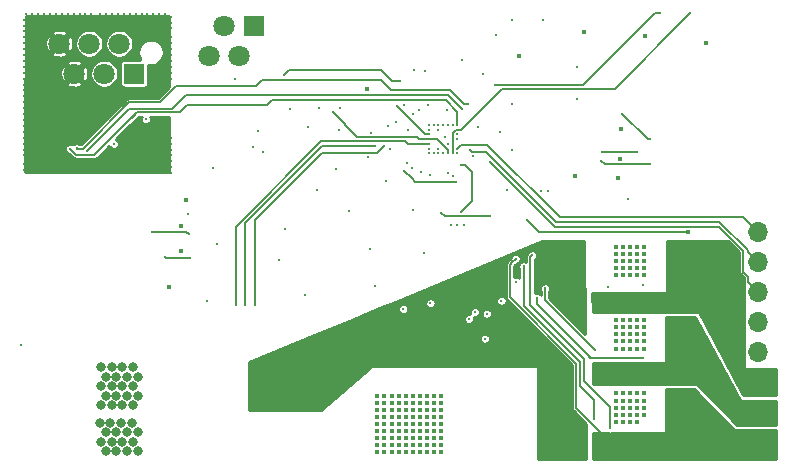
<source format=gbr>
G04 #@! TF.GenerationSoftware,KiCad,Pcbnew,5.1.5-52549c5~84~ubuntu18.04.1*
G04 #@! TF.CreationDate,2020-04-29T13:54:44+02:00*
G04 #@! TF.ProjectId,board,626f6172-642e-46b6-9963-61645f706362,rev?*
G04 #@! TF.SameCoordinates,Original*
G04 #@! TF.FileFunction,Copper,L3,Inr*
G04 #@! TF.FilePolarity,Positive*
%FSLAX46Y46*%
G04 Gerber Fmt 4.6, Leading zero omitted, Abs format (unit mm)*
G04 Created by KiCad (PCBNEW 5.1.5-52549c5~84~ubuntu18.04.1) date 2020-04-29 13:54:44*
%MOMM*%
%LPD*%
G04 APERTURE LIST*
%ADD10O,1.700000X1.700000*%
%ADD11R,1.700000X1.700000*%
%ADD12R,1.800000X1.800000*%
%ADD13C,1.800000*%
%ADD14C,0.400000*%
%ADD15C,0.310000*%
%ADD16C,0.800000*%
%ADD17C,0.152400*%
%ADD18C,0.177800*%
%ADD19C,0.254000*%
G04 APERTURE END LIST*
D10*
X156000000Y-119329200D03*
X156000000Y-121869200D03*
X156000000Y-124409200D03*
X156000000Y-126949200D03*
X156000000Y-129489200D03*
X156000000Y-132029200D03*
X156000000Y-134569200D03*
D11*
X156000000Y-137109200D03*
D12*
X113325000Y-101930000D03*
D13*
X112055000Y-104470000D03*
X110785000Y-101930000D03*
X109515000Y-104470000D03*
X96870000Y-103380000D03*
X98140000Y-105920000D03*
D12*
X103220000Y-105920000D03*
D13*
X101950000Y-103380000D03*
X100680000Y-105920000D03*
X99410000Y-103380000D03*
D14*
X129100000Y-127200000D03*
X128500000Y-127800000D03*
X124910000Y-127210000D03*
X126700000Y-127800000D03*
X129100000Y-129000000D03*
X129100000Y-127800000D03*
X128500000Y-127200000D03*
X124900000Y-129000000D03*
X126700000Y-128400000D03*
X126100000Y-127200000D03*
X126100000Y-129000000D03*
X124300000Y-127800000D03*
X126100000Y-128400000D03*
X126700000Y-127200000D03*
X123700000Y-127800000D03*
X126100000Y-127800000D03*
X127900000Y-127200000D03*
X124900000Y-127800000D03*
X127310000Y-127210000D03*
X124300000Y-128400000D03*
X127900000Y-129000000D03*
X127300000Y-127800000D03*
X123700000Y-128400000D03*
X125500000Y-129000000D03*
X125500000Y-127200000D03*
X123700000Y-127200000D03*
X124300000Y-129000000D03*
X127900000Y-127800000D03*
X127300000Y-129000000D03*
X125500000Y-128400000D03*
X128500000Y-128400000D03*
X128500000Y-129000000D03*
X123700000Y-129000000D03*
X124900000Y-128400000D03*
X129100000Y-128400000D03*
X127300000Y-128400000D03*
X127900000Y-128400000D03*
X125500000Y-127800000D03*
X126700000Y-129000000D03*
X124300000Y-127200000D03*
X141300000Y-102400000D03*
X141000000Y-120600000D03*
D15*
X117700000Y-124650000D03*
X123600000Y-123900000D03*
X127748000Y-121100000D03*
X130050000Y-118700000D03*
X128960000Y-112270000D03*
X128160000Y-112270000D03*
X133750000Y-106885000D03*
X111740000Y-106360000D03*
X115880000Y-106040000D03*
X125700000Y-106510000D03*
X136500000Y-118300000D03*
X133300000Y-118000000D03*
X104200000Y-109800000D03*
X134760000Y-115790000D03*
X130160000Y-110270000D03*
X126057511Y-114137511D03*
X130450000Y-115060000D03*
X128090000Y-108620000D03*
X129200000Y-117696400D03*
X129655000Y-108965000D03*
X128160000Y-110270000D03*
X147700000Y-100800000D03*
X129360000Y-112670000D03*
D14*
X150120000Y-119300000D03*
D15*
X126000000Y-125850000D03*
X130577003Y-118700000D03*
X143300000Y-124000000D03*
X131550000Y-126710000D03*
X146300000Y-123800000D03*
X133060000Y-126250000D03*
X137300000Y-124900000D03*
X146300000Y-130000000D03*
X142200000Y-129300000D03*
X138000000Y-124100000D03*
X136180000Y-122220000D03*
X142130025Y-135169975D03*
X136900000Y-121300000D03*
X143494805Y-135966469D03*
D14*
X126800000Y-136800000D03*
X128000000Y-136800000D03*
X124400000Y-137400000D03*
X128000000Y-136200000D03*
X126200000Y-136200000D03*
X125000000Y-136200000D03*
X124400000Y-136800000D03*
X128000000Y-137400000D03*
X128600000Y-137400000D03*
X126200000Y-136800000D03*
X125010000Y-135610000D03*
X128600000Y-136800000D03*
X124400000Y-136200000D03*
X127400000Y-136800000D03*
X125600000Y-135600000D03*
X126800000Y-137400000D03*
X125000000Y-136800000D03*
X129200000Y-135600000D03*
X126800000Y-135600000D03*
X126200000Y-137400000D03*
X123800000Y-137400000D03*
X128000000Y-135600000D03*
X128600000Y-135600000D03*
X123800000Y-135600000D03*
X128600000Y-136200000D03*
X126200000Y-135600000D03*
X127410000Y-135610000D03*
X127400000Y-136200000D03*
X129200000Y-136800000D03*
X123800000Y-136800000D03*
X125600000Y-137400000D03*
X125600000Y-136200000D03*
X123800000Y-136200000D03*
X125000000Y-137400000D03*
X127400000Y-137400000D03*
X125600000Y-136800000D03*
X124400000Y-135600000D03*
X126800000Y-136200000D03*
X129200000Y-137400000D03*
X129200000Y-136200000D03*
X128600000Y-138000000D03*
X124400000Y-138000000D03*
X126800000Y-138000000D03*
X125600000Y-138000000D03*
X123800000Y-138000000D03*
X126200000Y-138000000D03*
X128000000Y-138000000D03*
X125000000Y-138000000D03*
X129200000Y-138000000D03*
X127400000Y-138000000D03*
X126800000Y-134400000D03*
X128000000Y-134400000D03*
X124400000Y-135000000D03*
X128000000Y-133800000D03*
X126200000Y-133800000D03*
X125000000Y-133800000D03*
X124400000Y-134400000D03*
X128000000Y-135000000D03*
X128600000Y-135000000D03*
X126200000Y-134400000D03*
X125010000Y-133210000D03*
X128600000Y-134400000D03*
X124400000Y-133800000D03*
X127400000Y-134400000D03*
X125600000Y-133200000D03*
X126800000Y-135000000D03*
X125000000Y-134400000D03*
X129200000Y-133200000D03*
X126800000Y-133200000D03*
X126200000Y-135000000D03*
X123800000Y-135000000D03*
X128000000Y-133200000D03*
X128600000Y-133200000D03*
X123800000Y-133200000D03*
X128600000Y-133800000D03*
X126200000Y-133200000D03*
X127410000Y-133210000D03*
X127400000Y-133800000D03*
X129200000Y-134400000D03*
X123800000Y-134400000D03*
X125600000Y-135000000D03*
X125600000Y-133800000D03*
X123800000Y-133800000D03*
X125000000Y-135000000D03*
X127400000Y-135000000D03*
X125600000Y-134400000D03*
X124400000Y-133200000D03*
X126800000Y-133800000D03*
X129200000Y-135000000D03*
X129200000Y-133800000D03*
X146400000Y-127400000D03*
X144600000Y-127400000D03*
X144600000Y-128600000D03*
X144600000Y-128000000D03*
X146400000Y-129200000D03*
X145800000Y-129200000D03*
X145200000Y-126800000D03*
X145800000Y-126800000D03*
X145800000Y-128000000D03*
X145200000Y-129200000D03*
X145200000Y-127400000D03*
X144600000Y-126800000D03*
X145800000Y-127400000D03*
X145800000Y-128600000D03*
X145200000Y-128600000D03*
X145200000Y-128000000D03*
X146400000Y-126800000D03*
X146400000Y-128000000D03*
X144600000Y-129200000D03*
X146400000Y-128600000D03*
X146400000Y-133600000D03*
X144600000Y-133600000D03*
X144600000Y-134800000D03*
X144600000Y-134200000D03*
X145800000Y-135400000D03*
X145200000Y-133000000D03*
X145800000Y-133000000D03*
X145800000Y-134200000D03*
X145200000Y-135400000D03*
X145200000Y-133600000D03*
X144600000Y-133000000D03*
X145800000Y-133600000D03*
X145800000Y-134800000D03*
X145200000Y-134800000D03*
X145200000Y-134200000D03*
X146400000Y-133000000D03*
X146400000Y-134200000D03*
X144600000Y-135400000D03*
X146400000Y-134800000D03*
X144000000Y-128000000D03*
X144000000Y-129200000D03*
X144000000Y-126800000D03*
X144000000Y-128600000D03*
X144000000Y-127400000D03*
X144000000Y-121200000D03*
X144000000Y-122400000D03*
X144000000Y-121800000D03*
X144000000Y-120600000D03*
X144000000Y-123000000D03*
X144000000Y-134800000D03*
X144000000Y-133600000D03*
X144000000Y-135400000D03*
X144000000Y-133000000D03*
X144000000Y-134200000D03*
X146400000Y-121200000D03*
X146400000Y-121800000D03*
X146400000Y-122400000D03*
X146400000Y-123000000D03*
X145800000Y-123000000D03*
X145800000Y-122400000D03*
X145800000Y-121800000D03*
X145800000Y-121200000D03*
X145800000Y-120600000D03*
X145200000Y-120600000D03*
X145200000Y-121200000D03*
X145200000Y-121800000D03*
X145200000Y-122400000D03*
X145200000Y-123000000D03*
X144600000Y-123000000D03*
X144600000Y-120600000D03*
X144600000Y-121800000D03*
X144600000Y-121200000D03*
X144600000Y-122400000D03*
D16*
X100300000Y-135500000D03*
X101200000Y-135500000D03*
X102100000Y-135500000D03*
X103000000Y-135500000D03*
X100800000Y-136300000D03*
X101700000Y-136300000D03*
X102600000Y-136300000D03*
X103500000Y-136300000D03*
X100400000Y-137100000D03*
X101300000Y-137100000D03*
X102200000Y-137100000D03*
X103100000Y-137100000D03*
X100800000Y-137900000D03*
X101700000Y-137900000D03*
X102600000Y-137900000D03*
X103500000Y-137900000D03*
D14*
X146400000Y-120600000D03*
D15*
X133860000Y-102690000D03*
X135200000Y-108500000D03*
X134200000Y-110900000D03*
X135200000Y-112400000D03*
X140700000Y-105400000D03*
X134300000Y-125167399D03*
X132900000Y-128360000D03*
X128290000Y-125350000D03*
X145000000Y-116500000D03*
X126800000Y-117500000D03*
X137812500Y-101400000D03*
X135200000Y-101400000D03*
X107800000Y-117850000D03*
X113700000Y-110800000D03*
X124510000Y-115040000D03*
X121370000Y-117590000D03*
X140680000Y-108090000D03*
X132720000Y-105960000D03*
X129550000Y-111270000D03*
X124740000Y-110340000D03*
X93610000Y-128920000D03*
X120320000Y-113980000D03*
X116000000Y-119050000D03*
X126050000Y-108610000D03*
X126360000Y-110690000D03*
X131610000Y-112370000D03*
X130560000Y-112270000D03*
X133330000Y-113390000D03*
D14*
X107200000Y-118800000D03*
X107200000Y-120975000D03*
X144200000Y-114800000D03*
X140500000Y-114600000D03*
X135800000Y-104400000D03*
X151600000Y-103300000D03*
X122960000Y-107250000D03*
X106180000Y-124020000D03*
X146500000Y-102700000D03*
X144316448Y-113113552D03*
X144400000Y-110600000D03*
X107590000Y-116630000D03*
X149100000Y-124700000D03*
X149700000Y-125900000D03*
X149700000Y-124700000D03*
X149100000Y-125900000D03*
X149100000Y-125300000D03*
X149700000Y-125300000D03*
X150300000Y-125300000D03*
X150300000Y-125900000D03*
X150300000Y-124700000D03*
X151000000Y-124700000D03*
X151600000Y-125900000D03*
X151600000Y-124700000D03*
X151000000Y-125900000D03*
X151000000Y-125300000D03*
X151600000Y-125300000D03*
X152200000Y-125300000D03*
X152200000Y-125900000D03*
X152200000Y-124700000D03*
X151600000Y-122900000D03*
X152200000Y-124100000D03*
X152200000Y-122900000D03*
X151600000Y-124100000D03*
X151600000Y-123500000D03*
X152200000Y-123500000D03*
X152800000Y-123500000D03*
X152800000Y-124100000D03*
X152800000Y-122900000D03*
X152200000Y-126500000D03*
X152800000Y-127700000D03*
X152800000Y-126500000D03*
X152200000Y-127700000D03*
X152200000Y-127100000D03*
X152800000Y-127100000D03*
X153400000Y-127100000D03*
X153400000Y-127700000D03*
X153400000Y-126500000D03*
X152800000Y-124700000D03*
X153400000Y-125900000D03*
X153400000Y-124700000D03*
X152800000Y-125900000D03*
X152800000Y-125300000D03*
X153400000Y-125300000D03*
X154000000Y-125300000D03*
X154000000Y-125900000D03*
X154000000Y-124700000D03*
X151600000Y-121100000D03*
X152200000Y-121700000D03*
X152200000Y-122300000D03*
X152200000Y-121100000D03*
X151600000Y-122300000D03*
X152800000Y-122300000D03*
X152800000Y-121100000D03*
X151600000Y-121700000D03*
X152800000Y-121700000D03*
X153400000Y-122900000D03*
X154000000Y-124100000D03*
X153400000Y-124100000D03*
X153400000Y-123500000D03*
X153400000Y-121100000D03*
X153400000Y-122300000D03*
X153400000Y-121700000D03*
X154000000Y-126500000D03*
X154000000Y-127700000D03*
X154000000Y-127100000D03*
X151600000Y-126500000D03*
X152800000Y-128300000D03*
X153400000Y-128300000D03*
X154000000Y-128300000D03*
X152800000Y-128900000D03*
X153400000Y-128900000D03*
X154000000Y-128900000D03*
X154000000Y-129500000D03*
X153400000Y-129500000D03*
X154000000Y-130100000D03*
X153400000Y-130100000D03*
X154000000Y-130700000D03*
X154000000Y-131300000D03*
X144310000Y-124710000D03*
X144900000Y-125900000D03*
X144900000Y-125300000D03*
X145500000Y-124700000D03*
X144300000Y-125900000D03*
X144300000Y-125300000D03*
X145500000Y-125900000D03*
X146100000Y-124700000D03*
X144900000Y-124700000D03*
X146100000Y-125900000D03*
X145500000Y-125300000D03*
X146100000Y-125300000D03*
X146710000Y-124710000D03*
X147300000Y-125900000D03*
X147300000Y-125300000D03*
X147900000Y-124700000D03*
X146700000Y-125900000D03*
X146700000Y-125300000D03*
X147900000Y-125900000D03*
X148500000Y-124700000D03*
X147300000Y-124700000D03*
X148500000Y-125900000D03*
X147900000Y-125300000D03*
X148500000Y-125300000D03*
D15*
X132070000Y-126100000D03*
X143110000Y-126060000D03*
D14*
X149600000Y-132000000D03*
X150200000Y-130800000D03*
X149600000Y-130800000D03*
X150200000Y-132000000D03*
X149600000Y-131400000D03*
X150200000Y-131400000D03*
X152600000Y-132000000D03*
X152600000Y-131400000D03*
X152000000Y-132000000D03*
X152000000Y-131400000D03*
X152600000Y-130800000D03*
X152000000Y-130800000D03*
X150800000Y-132000000D03*
X151400000Y-130800000D03*
X150800000Y-130800000D03*
X151400000Y-132000000D03*
X150800000Y-131400000D03*
X151400000Y-131400000D03*
X152000000Y-130200000D03*
X152000000Y-129600000D03*
X151400000Y-129000000D03*
X151400000Y-129600000D03*
X151400000Y-130200000D03*
X152600000Y-133200000D03*
X153200000Y-133200000D03*
X152600000Y-132600000D03*
X153200000Y-132600000D03*
X153200000Y-132000000D03*
X152000000Y-132600000D03*
X153800000Y-134400000D03*
X153200000Y-134400000D03*
X153800000Y-133800000D03*
X153200000Y-133800000D03*
X153800000Y-133200000D03*
X143600000Y-132000000D03*
X143600000Y-131400000D03*
X148400000Y-130800000D03*
X148400000Y-132000000D03*
X149000000Y-130800000D03*
X143600000Y-130800000D03*
X149000000Y-132000000D03*
X148400000Y-131400000D03*
X149000000Y-131400000D03*
X143100000Y-131400000D03*
X143100000Y-132000000D03*
D15*
X135548036Y-123532076D03*
D14*
X143110000Y-130810000D03*
X149100000Y-137900000D03*
X150300000Y-137900000D03*
X149100000Y-138500000D03*
X148500000Y-137300000D03*
X149700000Y-138500000D03*
X149700000Y-137300000D03*
X150900000Y-137300000D03*
X151500000Y-138500000D03*
X149100000Y-136700000D03*
X149710000Y-136710000D03*
X151500000Y-137300000D03*
X148500000Y-138500000D03*
X149700000Y-137900000D03*
X148500000Y-137900000D03*
X150300000Y-138500000D03*
X151500000Y-137900000D03*
X150900000Y-136700000D03*
X150900000Y-137900000D03*
X151500000Y-136700000D03*
X150900000Y-138500000D03*
X149100000Y-137300000D03*
X150300000Y-136700000D03*
X148500000Y-136700000D03*
X150300000Y-137300000D03*
X152110000Y-136710000D03*
X153900000Y-137300000D03*
X152100000Y-138500000D03*
X153900000Y-137900000D03*
X153300000Y-136700000D03*
X153300000Y-138500000D03*
X153300000Y-137900000D03*
X153900000Y-136700000D03*
X153300000Y-137300000D03*
X152100000Y-137300000D03*
X152700000Y-138500000D03*
X152700000Y-136700000D03*
X152700000Y-137900000D03*
X152100000Y-137900000D03*
X152700000Y-137300000D03*
X153900000Y-138500000D03*
X153300000Y-136100000D03*
X151500000Y-136100000D03*
X151500000Y-135500000D03*
X152700000Y-135500000D03*
X152110000Y-135510000D03*
X152100000Y-136100000D03*
X152700000Y-136100000D03*
X151500000Y-134900000D03*
X152110000Y-134910000D03*
X151500000Y-134300000D03*
X143610000Y-136710000D03*
X144200000Y-137900000D03*
X144200000Y-137300000D03*
X144800000Y-136700000D03*
X143600000Y-137900000D03*
X143600000Y-137300000D03*
X144800000Y-137900000D03*
X145400000Y-136700000D03*
X144200000Y-136700000D03*
X145400000Y-137900000D03*
X144800000Y-137300000D03*
X145400000Y-137300000D03*
X143600000Y-138500000D03*
X145400000Y-138500000D03*
X144800000Y-138500000D03*
X144200000Y-138500000D03*
X146000000Y-137900000D03*
X147800000Y-137900000D03*
X147800000Y-138500000D03*
X147200000Y-137300000D03*
X147800000Y-136700000D03*
X146600000Y-136700000D03*
X146010000Y-136710000D03*
X147200000Y-138500000D03*
X146000000Y-137300000D03*
X147200000Y-137900000D03*
X146000000Y-138500000D03*
X146600000Y-138500000D03*
X146600000Y-137300000D03*
X147800000Y-137300000D03*
X147200000Y-136700000D03*
X146600000Y-137900000D03*
D15*
X135500000Y-121608700D03*
X104940000Y-106980000D03*
X105300000Y-106350000D03*
X105500000Y-105660000D03*
X104390000Y-107420000D03*
X103690000Y-107560000D03*
X102950000Y-107640000D03*
X102270000Y-107670000D03*
X106350000Y-106350000D03*
X106350000Y-105850000D03*
X106350000Y-105350000D03*
X106350000Y-104850000D03*
X106350000Y-104350000D03*
X106350000Y-103850000D03*
X106350000Y-103350000D03*
X106350000Y-102850000D03*
X106350000Y-102100000D03*
X106350000Y-101600000D03*
X106350000Y-101100000D03*
X105830000Y-100870000D03*
X105330000Y-100870000D03*
X104830000Y-100870000D03*
X104330000Y-100870000D03*
X103830000Y-100870000D03*
X103330000Y-100870000D03*
X102830000Y-100870000D03*
X102330000Y-100870000D03*
X101830000Y-100870000D03*
X101330000Y-100870000D03*
X100830000Y-100870000D03*
X100330000Y-100870000D03*
X99580000Y-100870000D03*
X99080000Y-100870000D03*
X98580000Y-100870000D03*
X98080000Y-100870000D03*
X97580000Y-100870000D03*
X97080000Y-100870000D03*
X96580000Y-100870000D03*
X96080000Y-100870000D03*
X95580000Y-100870000D03*
X95080000Y-100870000D03*
X94580000Y-100870000D03*
X94080000Y-100870000D03*
X93850000Y-101350000D03*
X93850000Y-101850000D03*
X93850000Y-102350000D03*
X93850000Y-102850000D03*
X93850000Y-103350000D03*
X93850000Y-103850000D03*
X93850000Y-104350000D03*
X93850000Y-104850000D03*
X93850000Y-105350000D03*
X93850000Y-105850000D03*
X93850000Y-106350000D03*
X93850000Y-106850000D03*
X93850000Y-107350000D03*
X93850000Y-107850000D03*
X93850000Y-108350000D03*
X93850000Y-108850000D03*
X93850000Y-109350000D03*
X93850000Y-109850000D03*
X93850000Y-110350000D03*
X93850000Y-110850000D03*
X93850000Y-111350000D03*
X93850000Y-111850000D03*
X93850000Y-112350000D03*
X93850000Y-112850000D03*
X93850000Y-113600000D03*
X93850000Y-114100000D03*
X94370000Y-114330000D03*
X94870000Y-114330000D03*
X95370000Y-114330000D03*
X95870000Y-114330000D03*
X96370000Y-114330000D03*
X96870000Y-114330000D03*
X97370000Y-114330000D03*
X97870000Y-114330000D03*
X98370000Y-114330000D03*
X98870000Y-114330000D03*
X99370000Y-114330000D03*
X99870000Y-114330000D03*
X100370000Y-114330000D03*
X100870000Y-114330000D03*
X101370000Y-114330000D03*
X101870000Y-114330000D03*
X102370000Y-114330000D03*
X102870000Y-114330000D03*
X103370000Y-114330000D03*
X103870000Y-114330000D03*
X104370000Y-114330000D03*
X104870000Y-114330000D03*
X105370000Y-114330000D03*
X105870000Y-114330000D03*
X106350000Y-114330000D03*
X106350000Y-113850000D03*
X106350000Y-113350000D03*
X106350000Y-112850000D03*
X106300000Y-112400000D03*
X106300000Y-111900000D03*
X106300000Y-111400000D03*
X145785000Y-112600000D03*
X142817600Y-112590000D03*
X142762409Y-113295191D03*
X146915000Y-113600000D03*
X105820000Y-121420000D03*
X107910000Y-121529400D03*
X146915000Y-111500000D03*
X144500000Y-109300000D03*
X109370000Y-125170000D03*
X130560000Y-111470000D03*
X115450000Y-121670000D03*
X138270000Y-115830000D03*
X110245000Y-120325000D03*
X137660000Y-115820000D03*
X123200000Y-120750000D03*
X131103901Y-118710475D03*
X101500000Y-111900000D03*
X109900000Y-113900000D03*
X114110000Y-112540000D03*
X126300000Y-113500000D03*
X113250000Y-112100000D03*
X124840000Y-112340000D03*
D16*
X100800000Y-133200000D03*
X101700000Y-133200000D03*
X102600000Y-133200000D03*
X103500000Y-133200000D03*
X100400000Y-130800000D03*
X101300000Y-130800000D03*
X102200000Y-130800000D03*
X103100000Y-130800000D03*
X100800000Y-131600000D03*
X101700000Y-131600000D03*
X102600000Y-131600000D03*
X103500000Y-131600000D03*
X100400000Y-132400000D03*
X101300000Y-132400000D03*
X102200000Y-132400000D03*
X103100000Y-132400000D03*
X100400000Y-134000000D03*
X101300000Y-134000000D03*
X102200000Y-134000000D03*
X103100000Y-134000000D03*
D15*
X131450000Y-108470000D03*
X98330000Y-112240000D03*
X104690000Y-119340000D03*
X107830000Y-119540000D03*
X128160000Y-112670000D03*
X126743959Y-113953959D03*
X128560000Y-112670000D03*
X127458552Y-114268552D03*
X128960000Y-112670000D03*
X128260000Y-114540000D03*
X130560000Y-111070000D03*
X129760000Y-111870000D03*
X126900000Y-105600000D03*
X131000000Y-104800000D03*
X125400000Y-110000000D03*
X132300000Y-110400000D03*
X118880000Y-108800000D03*
X130170000Y-114630000D03*
X120070000Y-109170000D03*
X129760000Y-112670000D03*
X120670000Y-108810000D03*
X129760000Y-114310000D03*
X118650000Y-115810000D03*
X129760000Y-110270000D03*
X127300000Y-109000000D03*
X116400000Y-108930000D03*
X128960000Y-110270000D03*
X127810000Y-105680000D03*
X97770000Y-112270000D03*
X130560000Y-110270000D03*
X130940000Y-108880000D03*
X99220000Y-112444400D03*
X113400000Y-125500000D03*
X124330000Y-112080000D03*
X112600000Y-125500000D03*
X123560000Y-112060000D03*
X111800000Y-125500000D03*
X128160000Y-111870000D03*
X120530000Y-110710000D03*
X117950000Y-110400000D03*
X128160000Y-110670000D03*
X126810000Y-109340000D03*
X128960000Y-110670000D03*
X129360000Y-110270000D03*
X123230000Y-110940000D03*
X123000000Y-113001600D03*
X128560000Y-110270000D03*
X128160000Y-111070000D03*
X125470000Y-108644400D03*
X130560000Y-112670000D03*
X131900000Y-112925599D03*
X150300000Y-100800000D03*
X130160000Y-112670000D03*
X130910000Y-113650000D03*
X130900000Y-117600000D03*
D17*
X129500000Y-118000000D02*
X133300000Y-118000000D01*
X129200000Y-117700000D02*
X129500000Y-118000000D01*
X133750000Y-106885000D02*
X141215000Y-106885000D01*
X141215000Y-106885000D02*
X147300000Y-100800000D01*
X136500000Y-118300000D02*
X137500000Y-119300000D01*
X147300000Y-100800000D02*
X147700000Y-100800000D01*
X125700000Y-106510000D02*
X125040000Y-106510000D01*
X125040000Y-106510000D02*
X124110000Y-105580000D01*
X116340000Y-105580000D02*
X115880000Y-106040000D01*
X124110000Y-105580000D02*
X116340000Y-105580000D01*
X126980000Y-115060000D02*
X130450000Y-115060000D01*
X126057511Y-114137511D02*
X126700000Y-114780000D01*
X126700000Y-114780000D02*
X126980000Y-115060000D01*
X150120000Y-119277506D02*
X150110013Y-119267519D01*
X150120000Y-119300000D02*
X150120000Y-119277506D01*
X137500000Y-119300000D02*
X150120000Y-119300000D01*
X150120000Y-119300000D02*
X150120000Y-119300000D01*
X137300000Y-124900000D02*
X137300000Y-125465685D01*
X141834315Y-130000000D02*
X141600000Y-129765685D01*
X137300000Y-125465685D02*
X141600000Y-129765685D01*
X146300000Y-130000000D02*
X141834315Y-130000000D01*
X141600000Y-129765685D02*
X141775616Y-129941301D01*
X138000000Y-125100000D02*
X142200000Y-129300000D01*
X138000000Y-124100000D02*
X138000000Y-125100000D01*
D18*
X136180000Y-122220000D02*
X136180000Y-125560000D01*
X136180000Y-125560000D02*
X140960000Y-130340000D01*
X140960000Y-130340000D02*
X140960000Y-132400000D01*
X142130025Y-133570025D02*
X142130025Y-135169975D01*
X140960000Y-132400000D02*
X142130025Y-133570025D01*
X136745001Y-121454999D02*
X136745001Y-125545001D01*
X136900000Y-121300000D02*
X136745001Y-121454999D01*
X136745001Y-125545001D02*
X141300000Y-130100000D01*
X141300000Y-130100000D02*
X141300000Y-131970000D01*
X143494805Y-134164805D02*
X143494805Y-135966469D01*
X141300000Y-131970000D02*
X143494805Y-134164805D01*
D17*
X131610000Y-112370000D02*
X131809999Y-112569999D01*
X155390800Y-121260000D02*
X156000000Y-121869200D01*
X131809999Y-112569999D02*
X132799999Y-112569999D01*
X133036289Y-112569999D02*
X138936290Y-118470000D01*
X132799999Y-112569999D02*
X133036289Y-112569999D01*
X155150001Y-120897869D02*
X152712132Y-118460000D01*
X152712132Y-118460000D02*
X149400000Y-118460000D01*
X155150001Y-121019201D02*
X155150001Y-120897869D01*
X156000000Y-121869200D02*
X155150001Y-121019201D01*
X138936290Y-118470000D02*
X149400000Y-118460000D01*
X139270000Y-118100000D02*
X154770800Y-118100000D01*
X133111399Y-111941399D02*
X139270000Y-118100000D01*
X155250800Y-118580000D02*
X156000000Y-119329200D01*
X154770800Y-118100000D02*
X155250800Y-118580000D01*
X130888601Y-111941399D02*
X133111399Y-111941399D01*
X130641169Y-112188831D02*
X130888601Y-111941399D01*
X133330000Y-113390000D02*
X138810000Y-118870000D01*
X138810000Y-118870000D02*
X138820000Y-118870000D01*
X138870000Y-118920000D02*
X139410000Y-118920000D01*
X138820000Y-118870000D02*
X138870000Y-118920000D01*
X155165400Y-123574600D02*
X155165400Y-123105400D01*
X155165400Y-123105400D02*
X154750000Y-122690000D01*
X155165400Y-123574600D02*
X156000000Y-124409200D01*
X152731066Y-118910000D02*
X152650000Y-118910000D01*
X154750000Y-120928934D02*
X152731066Y-118910000D01*
X154750000Y-122690000D02*
X154750000Y-120928934D01*
X139410000Y-118920000D02*
X152650000Y-118910000D01*
X143327158Y-136710000D02*
X143610000Y-136710000D01*
X143102320Y-136710000D02*
X143327158Y-136710000D01*
X140642490Y-134250170D02*
X143102320Y-136710000D01*
X135500000Y-121608700D02*
X135226835Y-121881865D01*
X135226835Y-121881865D02*
X135226835Y-121883165D01*
X135010000Y-122100000D02*
X135010000Y-124840000D01*
X135226835Y-121883165D02*
X135010000Y-122100000D01*
X135010000Y-124840000D02*
X140642490Y-130472490D01*
X140642490Y-130472490D02*
X140642490Y-134250170D01*
X142827600Y-112600000D02*
X142817600Y-112590000D01*
X145785000Y-112600000D02*
X142827600Y-112600000D01*
X143067218Y-113600000D02*
X142762409Y-113295191D01*
X146915000Y-113600000D02*
X143067218Y-113600000D01*
X105929400Y-121529400D02*
X105820000Y-121420000D01*
X107910000Y-121529400D02*
X105929400Y-121529400D01*
X146915000Y-111500000D02*
X146700000Y-111500000D01*
X146700000Y-111500000D02*
X144500000Y-109300000D01*
X131167158Y-108470000D02*
X131450000Y-108470000D01*
X129967158Y-107270000D02*
X131167158Y-108470000D01*
X124940000Y-107270000D02*
X129967158Y-107270000D01*
X124138601Y-106468601D02*
X124940000Y-107270000D01*
X113540000Y-106950000D02*
X114021399Y-106468601D01*
X98360000Y-112270000D02*
X98860000Y-112270000D01*
X98330000Y-112240000D02*
X98360000Y-112270000D01*
X114021399Y-106468601D02*
X124138601Y-106468601D01*
X102770000Y-108360000D02*
X105360000Y-108360000D01*
X106771601Y-106948399D02*
X113540000Y-106948399D01*
X113540000Y-106948399D02*
X113540000Y-106950000D01*
X98860000Y-112270000D02*
X102770000Y-108360000D01*
X105360000Y-108360000D02*
X106771601Y-106948399D01*
X104690000Y-119340000D02*
X107630000Y-119340000D01*
X107630000Y-119340000D02*
X107830000Y-119540000D01*
X120070000Y-109170000D02*
X120138601Y-109238601D01*
X122114563Y-111281201D02*
X121079299Y-110245937D01*
X127171201Y-111281201D02*
X122114563Y-111281201D01*
X129760000Y-112374978D02*
X129205022Y-111820000D01*
X129760000Y-112670000D02*
X129760000Y-112374978D01*
X121079299Y-110245937D02*
X121079299Y-110179299D01*
X129205022Y-111820000D02*
X129205022Y-111815022D01*
X129205022Y-111815022D02*
X128860000Y-111470000D01*
X121079299Y-110179299D02*
X120070000Y-109170000D01*
X128860000Y-111470000D02*
X127360000Y-111470000D01*
X127360000Y-111470000D02*
X127171201Y-111281201D01*
X114472410Y-108610000D02*
X114892410Y-108190000D01*
X114892410Y-108190000D02*
X129600000Y-108190000D01*
X107050000Y-109200000D02*
X107640000Y-108610000D01*
X98300000Y-112800000D02*
X99840000Y-112800000D01*
X97770000Y-112270000D02*
X98300000Y-112800000D01*
X103440000Y-109200000D02*
X107050000Y-109200000D01*
X107640000Y-108610000D02*
X114472410Y-108610000D01*
X129600000Y-108190000D02*
X129615670Y-108190000D01*
X130560000Y-110128579D02*
X130560000Y-109130000D01*
X130560000Y-110270000D02*
X130560000Y-110128579D01*
X129615670Y-108190000D02*
X130560000Y-109130000D01*
X102520000Y-110120000D02*
X103240000Y-109400000D01*
X102520000Y-110120000D02*
X103440000Y-109200000D01*
X99840000Y-112800000D02*
X102520000Y-110120000D01*
X130940000Y-108880000D02*
X130740001Y-108680001D01*
X107580000Y-107720000D02*
X106560000Y-108740000D01*
X106404810Y-108895190D02*
X107580000Y-107720000D01*
X102769210Y-108895190D02*
X106404810Y-108895190D01*
X99220000Y-112444400D02*
X102769210Y-108895190D01*
X129780000Y-107720000D02*
X130940000Y-108880000D01*
X107580000Y-107720000D02*
X129780000Y-107720000D01*
X124165001Y-112244999D02*
X124330000Y-112080000D01*
X123776601Y-112633399D02*
X124165001Y-112244999D01*
X119086601Y-112633399D02*
X123776601Y-112633399D01*
X113400000Y-118320000D02*
X119086601Y-112633399D01*
X113400000Y-125500000D02*
X113400000Y-118320000D01*
X119100000Y-112040000D02*
X112600000Y-118540000D01*
X112600000Y-118540000D02*
X112600000Y-125500000D01*
X123120000Y-112040000D02*
X119100000Y-112040000D01*
X123120000Y-112040000D02*
X123540000Y-112040000D01*
X123540000Y-112040000D02*
X123560000Y-112060000D01*
X111830000Y-122270000D02*
X111830000Y-118870000D01*
X111800000Y-125217158D02*
X111830000Y-122270000D01*
X111830000Y-118870000D02*
X119040000Y-111660000D01*
X111800000Y-125500000D02*
X111800000Y-125217158D01*
X123300000Y-111660000D02*
X123303801Y-111656199D01*
X119040000Y-111660000D02*
X123300000Y-111660000D01*
X124906199Y-111656199D02*
X126156199Y-111656199D01*
X123303801Y-111656199D02*
X124906199Y-111656199D01*
X126370000Y-111870000D02*
X128160000Y-111870000D01*
X126156199Y-111656199D02*
X126370000Y-111870000D01*
X128071302Y-111070000D02*
X128182202Y-111070000D01*
X127835670Y-111070000D02*
X128160000Y-111070000D01*
X125470000Y-108644400D02*
X125470000Y-108704330D01*
X125470000Y-108704330D02*
X127835670Y-111070000D01*
X143910190Y-107189810D02*
X150100001Y-100999999D01*
X134476237Y-107189810D02*
X143910190Y-107189810D01*
X130160000Y-110965022D02*
X130445022Y-110680000D01*
X130160000Y-112670000D02*
X130160000Y-110965022D01*
X134480000Y-107190000D02*
X134476237Y-107189810D01*
X130445022Y-110680000D02*
X130880000Y-110680000D01*
X150100001Y-100999999D02*
X150300000Y-100800000D01*
X130880000Y-110680000D02*
X134370000Y-107190000D01*
X134370000Y-107190000D02*
X134480000Y-107190000D01*
X131800000Y-114257158D02*
X131192842Y-113650000D01*
X131192842Y-113650000D02*
X130910000Y-113650000D01*
X131800000Y-116700000D02*
X131800000Y-114257158D01*
X130900000Y-117600000D02*
X131800000Y-116700000D01*
D19*
G36*
X106173000Y-101026819D02*
G01*
X106173000Y-107044106D01*
X105212707Y-108004400D01*
X102787455Y-108004400D01*
X102769999Y-108002681D01*
X102752544Y-108004400D01*
X102752537Y-108004400D01*
X102707187Y-108008867D01*
X102700289Y-108009546D01*
X102671102Y-108018400D01*
X102633260Y-108029879D01*
X102571484Y-108062899D01*
X102517337Y-108107337D01*
X102506206Y-108120900D01*
X98712707Y-111914400D01*
X98618735Y-111914400D01*
X98606914Y-111902579D01*
X98535766Y-111855040D01*
X98456710Y-111822294D01*
X98372785Y-111805600D01*
X98287215Y-111805600D01*
X98203290Y-111822294D01*
X98124234Y-111855040D01*
X98053086Y-111902579D01*
X98032630Y-111923035D01*
X97975766Y-111885040D01*
X97896710Y-111852294D01*
X97812785Y-111835600D01*
X97727215Y-111835600D01*
X97643290Y-111852294D01*
X97564234Y-111885040D01*
X97493086Y-111932579D01*
X97432579Y-111993086D01*
X97385040Y-112064234D01*
X97352294Y-112143290D01*
X97335600Y-112227215D01*
X97335600Y-112312785D01*
X97352294Y-112396710D01*
X97385040Y-112475766D01*
X97432579Y-112546914D01*
X97493086Y-112607421D01*
X97564234Y-112654960D01*
X97643290Y-112687706D01*
X97695123Y-112698016D01*
X98036210Y-113039105D01*
X98047337Y-113052663D01*
X98060895Y-113063790D01*
X98060900Y-113063795D01*
X98095078Y-113091844D01*
X98101484Y-113097101D01*
X98163260Y-113130121D01*
X98201102Y-113141600D01*
X98230289Y-113150454D01*
X98237187Y-113151133D01*
X98282537Y-113155600D01*
X98282544Y-113155600D01*
X98299999Y-113157319D01*
X98317454Y-113155600D01*
X99822545Y-113155600D01*
X99840000Y-113157319D01*
X99857455Y-113155600D01*
X99857463Y-113155600D01*
X99909710Y-113150454D01*
X99976740Y-113130121D01*
X100038516Y-113097101D01*
X100092663Y-113052663D01*
X100103799Y-113039094D01*
X101092220Y-112050674D01*
X101115040Y-112105766D01*
X101162579Y-112176914D01*
X101223086Y-112237421D01*
X101294234Y-112284960D01*
X101373290Y-112317706D01*
X101457215Y-112334400D01*
X101542785Y-112334400D01*
X101626710Y-112317706D01*
X101705766Y-112284960D01*
X101776914Y-112237421D01*
X101837421Y-112176914D01*
X101884960Y-112105766D01*
X101917706Y-112026710D01*
X101934400Y-111942785D01*
X101934400Y-111857215D01*
X101917706Y-111773290D01*
X101884960Y-111694234D01*
X101837421Y-111623086D01*
X101776914Y-111562579D01*
X101705766Y-111515040D01*
X101650674Y-111492220D01*
X102783795Y-110359100D01*
X102783804Y-110359089D01*
X103587295Y-109555600D01*
X103840854Y-109555600D01*
X103815040Y-109594234D01*
X103782294Y-109673290D01*
X103765600Y-109757215D01*
X103765600Y-109842785D01*
X103782294Y-109926710D01*
X103815040Y-110005766D01*
X103862579Y-110076914D01*
X103923086Y-110137421D01*
X103994234Y-110184960D01*
X104073290Y-110217706D01*
X104157215Y-110234400D01*
X104242785Y-110234400D01*
X104326710Y-110217706D01*
X104405766Y-110184960D01*
X104476914Y-110137421D01*
X104537421Y-110076914D01*
X104584960Y-110005766D01*
X104617706Y-109926710D01*
X104634400Y-109842785D01*
X104634400Y-109757215D01*
X104617706Y-109673290D01*
X104584960Y-109594234D01*
X104559146Y-109555600D01*
X106173000Y-109555600D01*
X106173000Y-114273000D01*
X93928267Y-114273000D01*
X94002481Y-106793278D01*
X97446327Y-106793278D01*
X97550168Y-106947899D01*
X97762034Y-107043218D01*
X97988426Y-107095373D01*
X98220643Y-107102359D01*
X98449760Y-107063907D01*
X98666973Y-106981497D01*
X98729832Y-106947899D01*
X98833673Y-106793278D01*
X98140000Y-106099605D01*
X97446327Y-106793278D01*
X94002481Y-106793278D01*
X94010346Y-106000643D01*
X96957641Y-106000643D01*
X96996093Y-106229760D01*
X97078503Y-106446973D01*
X97112101Y-106509832D01*
X97266722Y-106613673D01*
X97960395Y-105920000D01*
X98319605Y-105920000D01*
X99013278Y-106613673D01*
X99167899Y-106509832D01*
X99263218Y-106297966D01*
X99315373Y-106071574D01*
X99322359Y-105839357D01*
X99316399Y-105803839D01*
X99500600Y-105803839D01*
X99500600Y-106036161D01*
X99545923Y-106264018D01*
X99634829Y-106478656D01*
X99763900Y-106671824D01*
X99928176Y-106836100D01*
X100121344Y-106965171D01*
X100335982Y-107054077D01*
X100563839Y-107099400D01*
X100796161Y-107099400D01*
X101024018Y-107054077D01*
X101238656Y-106965171D01*
X101431824Y-106836100D01*
X101596100Y-106671824D01*
X101725171Y-106478656D01*
X101814077Y-106264018D01*
X101859400Y-106036161D01*
X101859400Y-105803839D01*
X101814077Y-105575982D01*
X101725171Y-105361344D01*
X101596100Y-105168176D01*
X101447924Y-105020000D01*
X102039249Y-105020000D01*
X102039249Y-106820000D01*
X102044644Y-106874772D01*
X102060620Y-106927439D01*
X102086564Y-106975977D01*
X102121479Y-107018521D01*
X102164023Y-107053436D01*
X102212561Y-107079380D01*
X102265228Y-107095356D01*
X102320000Y-107100751D01*
X104120000Y-107100751D01*
X104174772Y-107095356D01*
X104227439Y-107079380D01*
X104275977Y-107053436D01*
X104318521Y-107018521D01*
X104353436Y-106975977D01*
X104379380Y-106927439D01*
X104395356Y-106874772D01*
X104400751Y-106820000D01*
X104400751Y-105174539D01*
X104513920Y-105197050D01*
X104726080Y-105197050D01*
X104934164Y-105155659D01*
X105130174Y-105074469D01*
X105306579Y-104956599D01*
X105456599Y-104806579D01*
X105574469Y-104630174D01*
X105655659Y-104434164D01*
X105697050Y-104226080D01*
X105697050Y-104013920D01*
X105655659Y-103805836D01*
X105574469Y-103609826D01*
X105456599Y-103433421D01*
X105306579Y-103283401D01*
X105130174Y-103165531D01*
X104934164Y-103084341D01*
X104726080Y-103042950D01*
X104513920Y-103042950D01*
X104305836Y-103084341D01*
X104109826Y-103165531D01*
X103933421Y-103283401D01*
X103783401Y-103433421D01*
X103665531Y-103609826D01*
X103584341Y-103805836D01*
X103542950Y-104013920D01*
X103542950Y-104226080D01*
X103584341Y-104434164D01*
X103665531Y-104630174D01*
X103738413Y-104739249D01*
X102320000Y-104739249D01*
X102265228Y-104744644D01*
X102212561Y-104760620D01*
X102164023Y-104786564D01*
X102121479Y-104821479D01*
X102086564Y-104864023D01*
X102060620Y-104912561D01*
X102044644Y-104965228D01*
X102039249Y-105020000D01*
X101447924Y-105020000D01*
X101431824Y-105003900D01*
X101238656Y-104874829D01*
X101024018Y-104785923D01*
X100796161Y-104740600D01*
X100563839Y-104740600D01*
X100335982Y-104785923D01*
X100121344Y-104874829D01*
X99928176Y-105003900D01*
X99763900Y-105168176D01*
X99634829Y-105361344D01*
X99545923Y-105575982D01*
X99500600Y-105803839D01*
X99316399Y-105803839D01*
X99283907Y-105610240D01*
X99201497Y-105393027D01*
X99167899Y-105330168D01*
X99013278Y-105226327D01*
X98319605Y-105920000D01*
X97960395Y-105920000D01*
X97266722Y-105226327D01*
X97112101Y-105330168D01*
X97016782Y-105542034D01*
X96964627Y-105768426D01*
X96957641Y-106000643D01*
X94010346Y-106000643D01*
X94019811Y-105046722D01*
X97446327Y-105046722D01*
X98140000Y-105740395D01*
X98833673Y-105046722D01*
X98729832Y-104892101D01*
X98517966Y-104796782D01*
X98291574Y-104744627D01*
X98059357Y-104737641D01*
X97830240Y-104776093D01*
X97613027Y-104858503D01*
X97550168Y-104892101D01*
X97446327Y-105046722D01*
X94019811Y-105046722D01*
X94027684Y-104253278D01*
X96176327Y-104253278D01*
X96280168Y-104407899D01*
X96492034Y-104503218D01*
X96718426Y-104555373D01*
X96950643Y-104562359D01*
X97179760Y-104523907D01*
X97396973Y-104441497D01*
X97459832Y-104407899D01*
X97563673Y-104253278D01*
X96870000Y-103559605D01*
X96176327Y-104253278D01*
X94027684Y-104253278D01*
X94035549Y-103460643D01*
X95687641Y-103460643D01*
X95726093Y-103689760D01*
X95808503Y-103906973D01*
X95842101Y-103969832D01*
X95996722Y-104073673D01*
X96690395Y-103380000D01*
X97049605Y-103380000D01*
X97743278Y-104073673D01*
X97897899Y-103969832D01*
X97993218Y-103757966D01*
X98045373Y-103531574D01*
X98052359Y-103299357D01*
X98046399Y-103263839D01*
X98230600Y-103263839D01*
X98230600Y-103496161D01*
X98275923Y-103724018D01*
X98364829Y-103938656D01*
X98493900Y-104131824D01*
X98658176Y-104296100D01*
X98851344Y-104425171D01*
X99065982Y-104514077D01*
X99293839Y-104559400D01*
X99526161Y-104559400D01*
X99754018Y-104514077D01*
X99968656Y-104425171D01*
X100161824Y-104296100D01*
X100326100Y-104131824D01*
X100455171Y-103938656D01*
X100544077Y-103724018D01*
X100589400Y-103496161D01*
X100589400Y-103263839D01*
X100770600Y-103263839D01*
X100770600Y-103496161D01*
X100815923Y-103724018D01*
X100904829Y-103938656D01*
X101033900Y-104131824D01*
X101198176Y-104296100D01*
X101391344Y-104425171D01*
X101605982Y-104514077D01*
X101833839Y-104559400D01*
X102066161Y-104559400D01*
X102294018Y-104514077D01*
X102508656Y-104425171D01*
X102701824Y-104296100D01*
X102866100Y-104131824D01*
X102995171Y-103938656D01*
X103084077Y-103724018D01*
X103129400Y-103496161D01*
X103129400Y-103263839D01*
X103084077Y-103035982D01*
X102995171Y-102821344D01*
X102866100Y-102628176D01*
X102701824Y-102463900D01*
X102508656Y-102334829D01*
X102294018Y-102245923D01*
X102066161Y-102200600D01*
X101833839Y-102200600D01*
X101605982Y-102245923D01*
X101391344Y-102334829D01*
X101198176Y-102463900D01*
X101033900Y-102628176D01*
X100904829Y-102821344D01*
X100815923Y-103035982D01*
X100770600Y-103263839D01*
X100589400Y-103263839D01*
X100544077Y-103035982D01*
X100455171Y-102821344D01*
X100326100Y-102628176D01*
X100161824Y-102463900D01*
X99968656Y-102334829D01*
X99754018Y-102245923D01*
X99526161Y-102200600D01*
X99293839Y-102200600D01*
X99065982Y-102245923D01*
X98851344Y-102334829D01*
X98658176Y-102463900D01*
X98493900Y-102628176D01*
X98364829Y-102821344D01*
X98275923Y-103035982D01*
X98230600Y-103263839D01*
X98046399Y-103263839D01*
X98013907Y-103070240D01*
X97931497Y-102853027D01*
X97897899Y-102790168D01*
X97743278Y-102686327D01*
X97049605Y-103380000D01*
X96690395Y-103380000D01*
X95996722Y-102686327D01*
X95842101Y-102790168D01*
X95746782Y-103002034D01*
X95694627Y-103228426D01*
X95687641Y-103460643D01*
X94035549Y-103460643D01*
X94045014Y-102506722D01*
X96176327Y-102506722D01*
X96870000Y-103200395D01*
X97563673Y-102506722D01*
X97459832Y-102352101D01*
X97247966Y-102256782D01*
X97021574Y-102204627D01*
X96789357Y-102197641D01*
X96560240Y-102236093D01*
X96343027Y-102318503D01*
X96280168Y-102352101D01*
X96176327Y-102506722D01*
X94045014Y-102506722D01*
X94059870Y-101009554D01*
X106173000Y-101026819D01*
G37*
X106173000Y-101026819D02*
X106173000Y-107044106D01*
X105212707Y-108004400D01*
X102787455Y-108004400D01*
X102769999Y-108002681D01*
X102752544Y-108004400D01*
X102752537Y-108004400D01*
X102707187Y-108008867D01*
X102700289Y-108009546D01*
X102671102Y-108018400D01*
X102633260Y-108029879D01*
X102571484Y-108062899D01*
X102517337Y-108107337D01*
X102506206Y-108120900D01*
X98712707Y-111914400D01*
X98618735Y-111914400D01*
X98606914Y-111902579D01*
X98535766Y-111855040D01*
X98456710Y-111822294D01*
X98372785Y-111805600D01*
X98287215Y-111805600D01*
X98203290Y-111822294D01*
X98124234Y-111855040D01*
X98053086Y-111902579D01*
X98032630Y-111923035D01*
X97975766Y-111885040D01*
X97896710Y-111852294D01*
X97812785Y-111835600D01*
X97727215Y-111835600D01*
X97643290Y-111852294D01*
X97564234Y-111885040D01*
X97493086Y-111932579D01*
X97432579Y-111993086D01*
X97385040Y-112064234D01*
X97352294Y-112143290D01*
X97335600Y-112227215D01*
X97335600Y-112312785D01*
X97352294Y-112396710D01*
X97385040Y-112475766D01*
X97432579Y-112546914D01*
X97493086Y-112607421D01*
X97564234Y-112654960D01*
X97643290Y-112687706D01*
X97695123Y-112698016D01*
X98036210Y-113039105D01*
X98047337Y-113052663D01*
X98060895Y-113063790D01*
X98060900Y-113063795D01*
X98095078Y-113091844D01*
X98101484Y-113097101D01*
X98163260Y-113130121D01*
X98201102Y-113141600D01*
X98230289Y-113150454D01*
X98237187Y-113151133D01*
X98282537Y-113155600D01*
X98282544Y-113155600D01*
X98299999Y-113157319D01*
X98317454Y-113155600D01*
X99822545Y-113155600D01*
X99840000Y-113157319D01*
X99857455Y-113155600D01*
X99857463Y-113155600D01*
X99909710Y-113150454D01*
X99976740Y-113130121D01*
X100038516Y-113097101D01*
X100092663Y-113052663D01*
X100103799Y-113039094D01*
X101092220Y-112050674D01*
X101115040Y-112105766D01*
X101162579Y-112176914D01*
X101223086Y-112237421D01*
X101294234Y-112284960D01*
X101373290Y-112317706D01*
X101457215Y-112334400D01*
X101542785Y-112334400D01*
X101626710Y-112317706D01*
X101705766Y-112284960D01*
X101776914Y-112237421D01*
X101837421Y-112176914D01*
X101884960Y-112105766D01*
X101917706Y-112026710D01*
X101934400Y-111942785D01*
X101934400Y-111857215D01*
X101917706Y-111773290D01*
X101884960Y-111694234D01*
X101837421Y-111623086D01*
X101776914Y-111562579D01*
X101705766Y-111515040D01*
X101650674Y-111492220D01*
X102783795Y-110359100D01*
X102783804Y-110359089D01*
X103587295Y-109555600D01*
X103840854Y-109555600D01*
X103815040Y-109594234D01*
X103782294Y-109673290D01*
X103765600Y-109757215D01*
X103765600Y-109842785D01*
X103782294Y-109926710D01*
X103815040Y-110005766D01*
X103862579Y-110076914D01*
X103923086Y-110137421D01*
X103994234Y-110184960D01*
X104073290Y-110217706D01*
X104157215Y-110234400D01*
X104242785Y-110234400D01*
X104326710Y-110217706D01*
X104405766Y-110184960D01*
X104476914Y-110137421D01*
X104537421Y-110076914D01*
X104584960Y-110005766D01*
X104617706Y-109926710D01*
X104634400Y-109842785D01*
X104634400Y-109757215D01*
X104617706Y-109673290D01*
X104584960Y-109594234D01*
X104559146Y-109555600D01*
X106173000Y-109555600D01*
X106173000Y-114273000D01*
X93928267Y-114273000D01*
X94002481Y-106793278D01*
X97446327Y-106793278D01*
X97550168Y-106947899D01*
X97762034Y-107043218D01*
X97988426Y-107095373D01*
X98220643Y-107102359D01*
X98449760Y-107063907D01*
X98666973Y-106981497D01*
X98729832Y-106947899D01*
X98833673Y-106793278D01*
X98140000Y-106099605D01*
X97446327Y-106793278D01*
X94002481Y-106793278D01*
X94010346Y-106000643D01*
X96957641Y-106000643D01*
X96996093Y-106229760D01*
X97078503Y-106446973D01*
X97112101Y-106509832D01*
X97266722Y-106613673D01*
X97960395Y-105920000D01*
X98319605Y-105920000D01*
X99013278Y-106613673D01*
X99167899Y-106509832D01*
X99263218Y-106297966D01*
X99315373Y-106071574D01*
X99322359Y-105839357D01*
X99316399Y-105803839D01*
X99500600Y-105803839D01*
X99500600Y-106036161D01*
X99545923Y-106264018D01*
X99634829Y-106478656D01*
X99763900Y-106671824D01*
X99928176Y-106836100D01*
X100121344Y-106965171D01*
X100335982Y-107054077D01*
X100563839Y-107099400D01*
X100796161Y-107099400D01*
X101024018Y-107054077D01*
X101238656Y-106965171D01*
X101431824Y-106836100D01*
X101596100Y-106671824D01*
X101725171Y-106478656D01*
X101814077Y-106264018D01*
X101859400Y-106036161D01*
X101859400Y-105803839D01*
X101814077Y-105575982D01*
X101725171Y-105361344D01*
X101596100Y-105168176D01*
X101447924Y-105020000D01*
X102039249Y-105020000D01*
X102039249Y-106820000D01*
X102044644Y-106874772D01*
X102060620Y-106927439D01*
X102086564Y-106975977D01*
X102121479Y-107018521D01*
X102164023Y-107053436D01*
X102212561Y-107079380D01*
X102265228Y-107095356D01*
X102320000Y-107100751D01*
X104120000Y-107100751D01*
X104174772Y-107095356D01*
X104227439Y-107079380D01*
X104275977Y-107053436D01*
X104318521Y-107018521D01*
X104353436Y-106975977D01*
X104379380Y-106927439D01*
X104395356Y-106874772D01*
X104400751Y-106820000D01*
X104400751Y-105174539D01*
X104513920Y-105197050D01*
X104726080Y-105197050D01*
X104934164Y-105155659D01*
X105130174Y-105074469D01*
X105306579Y-104956599D01*
X105456599Y-104806579D01*
X105574469Y-104630174D01*
X105655659Y-104434164D01*
X105697050Y-104226080D01*
X105697050Y-104013920D01*
X105655659Y-103805836D01*
X105574469Y-103609826D01*
X105456599Y-103433421D01*
X105306579Y-103283401D01*
X105130174Y-103165531D01*
X104934164Y-103084341D01*
X104726080Y-103042950D01*
X104513920Y-103042950D01*
X104305836Y-103084341D01*
X104109826Y-103165531D01*
X103933421Y-103283401D01*
X103783401Y-103433421D01*
X103665531Y-103609826D01*
X103584341Y-103805836D01*
X103542950Y-104013920D01*
X103542950Y-104226080D01*
X103584341Y-104434164D01*
X103665531Y-104630174D01*
X103738413Y-104739249D01*
X102320000Y-104739249D01*
X102265228Y-104744644D01*
X102212561Y-104760620D01*
X102164023Y-104786564D01*
X102121479Y-104821479D01*
X102086564Y-104864023D01*
X102060620Y-104912561D01*
X102044644Y-104965228D01*
X102039249Y-105020000D01*
X101447924Y-105020000D01*
X101431824Y-105003900D01*
X101238656Y-104874829D01*
X101024018Y-104785923D01*
X100796161Y-104740600D01*
X100563839Y-104740600D01*
X100335982Y-104785923D01*
X100121344Y-104874829D01*
X99928176Y-105003900D01*
X99763900Y-105168176D01*
X99634829Y-105361344D01*
X99545923Y-105575982D01*
X99500600Y-105803839D01*
X99316399Y-105803839D01*
X99283907Y-105610240D01*
X99201497Y-105393027D01*
X99167899Y-105330168D01*
X99013278Y-105226327D01*
X98319605Y-105920000D01*
X97960395Y-105920000D01*
X97266722Y-105226327D01*
X97112101Y-105330168D01*
X97016782Y-105542034D01*
X96964627Y-105768426D01*
X96957641Y-106000643D01*
X94010346Y-106000643D01*
X94019811Y-105046722D01*
X97446327Y-105046722D01*
X98140000Y-105740395D01*
X98833673Y-105046722D01*
X98729832Y-104892101D01*
X98517966Y-104796782D01*
X98291574Y-104744627D01*
X98059357Y-104737641D01*
X97830240Y-104776093D01*
X97613027Y-104858503D01*
X97550168Y-104892101D01*
X97446327Y-105046722D01*
X94019811Y-105046722D01*
X94027684Y-104253278D01*
X96176327Y-104253278D01*
X96280168Y-104407899D01*
X96492034Y-104503218D01*
X96718426Y-104555373D01*
X96950643Y-104562359D01*
X97179760Y-104523907D01*
X97396973Y-104441497D01*
X97459832Y-104407899D01*
X97563673Y-104253278D01*
X96870000Y-103559605D01*
X96176327Y-104253278D01*
X94027684Y-104253278D01*
X94035549Y-103460643D01*
X95687641Y-103460643D01*
X95726093Y-103689760D01*
X95808503Y-103906973D01*
X95842101Y-103969832D01*
X95996722Y-104073673D01*
X96690395Y-103380000D01*
X97049605Y-103380000D01*
X97743278Y-104073673D01*
X97897899Y-103969832D01*
X97993218Y-103757966D01*
X98045373Y-103531574D01*
X98052359Y-103299357D01*
X98046399Y-103263839D01*
X98230600Y-103263839D01*
X98230600Y-103496161D01*
X98275923Y-103724018D01*
X98364829Y-103938656D01*
X98493900Y-104131824D01*
X98658176Y-104296100D01*
X98851344Y-104425171D01*
X99065982Y-104514077D01*
X99293839Y-104559400D01*
X99526161Y-104559400D01*
X99754018Y-104514077D01*
X99968656Y-104425171D01*
X100161824Y-104296100D01*
X100326100Y-104131824D01*
X100455171Y-103938656D01*
X100544077Y-103724018D01*
X100589400Y-103496161D01*
X100589400Y-103263839D01*
X100770600Y-103263839D01*
X100770600Y-103496161D01*
X100815923Y-103724018D01*
X100904829Y-103938656D01*
X101033900Y-104131824D01*
X101198176Y-104296100D01*
X101391344Y-104425171D01*
X101605982Y-104514077D01*
X101833839Y-104559400D01*
X102066161Y-104559400D01*
X102294018Y-104514077D01*
X102508656Y-104425171D01*
X102701824Y-104296100D01*
X102866100Y-104131824D01*
X102995171Y-103938656D01*
X103084077Y-103724018D01*
X103129400Y-103496161D01*
X103129400Y-103263839D01*
X103084077Y-103035982D01*
X102995171Y-102821344D01*
X102866100Y-102628176D01*
X102701824Y-102463900D01*
X102508656Y-102334829D01*
X102294018Y-102245923D01*
X102066161Y-102200600D01*
X101833839Y-102200600D01*
X101605982Y-102245923D01*
X101391344Y-102334829D01*
X101198176Y-102463900D01*
X101033900Y-102628176D01*
X100904829Y-102821344D01*
X100815923Y-103035982D01*
X100770600Y-103263839D01*
X100589400Y-103263839D01*
X100544077Y-103035982D01*
X100455171Y-102821344D01*
X100326100Y-102628176D01*
X100161824Y-102463900D01*
X99968656Y-102334829D01*
X99754018Y-102245923D01*
X99526161Y-102200600D01*
X99293839Y-102200600D01*
X99065982Y-102245923D01*
X98851344Y-102334829D01*
X98658176Y-102463900D01*
X98493900Y-102628176D01*
X98364829Y-102821344D01*
X98275923Y-103035982D01*
X98230600Y-103263839D01*
X98046399Y-103263839D01*
X98013907Y-103070240D01*
X97931497Y-102853027D01*
X97897899Y-102790168D01*
X97743278Y-102686327D01*
X97049605Y-103380000D01*
X96690395Y-103380000D01*
X95996722Y-102686327D01*
X95842101Y-102790168D01*
X95746782Y-103002034D01*
X95694627Y-103228426D01*
X95687641Y-103460643D01*
X94035549Y-103460643D01*
X94045014Y-102506722D01*
X96176327Y-102506722D01*
X96870000Y-103200395D01*
X97563673Y-102506722D01*
X97459832Y-102352101D01*
X97247966Y-102256782D01*
X97021574Y-102204627D01*
X96789357Y-102197641D01*
X96560240Y-102236093D01*
X96343027Y-102318503D01*
X96280168Y-102352101D01*
X96176327Y-102506722D01*
X94045014Y-102506722D01*
X94059870Y-101009554D01*
X106173000Y-101026819D01*
G36*
X141358075Y-127955181D02*
G01*
X138355600Y-124952707D01*
X138355600Y-124349707D01*
X138384960Y-124305766D01*
X138417706Y-124226710D01*
X138434400Y-124142785D01*
X138434400Y-124057215D01*
X138417706Y-123973290D01*
X138384960Y-123894234D01*
X138337421Y-123823086D01*
X138276914Y-123762579D01*
X138205766Y-123715040D01*
X138126710Y-123682294D01*
X138042785Y-123665600D01*
X137957215Y-123665600D01*
X137873290Y-123682294D01*
X137794234Y-123715040D01*
X137723086Y-123762579D01*
X137662579Y-123823086D01*
X137615040Y-123894234D01*
X137582294Y-123973290D01*
X137565600Y-124057215D01*
X137565600Y-124142785D01*
X137582294Y-124226710D01*
X137615040Y-124305766D01*
X137644400Y-124349707D01*
X137644401Y-124633532D01*
X137637421Y-124623086D01*
X137576914Y-124562579D01*
X137505766Y-124515040D01*
X137426710Y-124482294D01*
X137342785Y-124465600D01*
X137257215Y-124465600D01*
X137173290Y-124482294D01*
X137113301Y-124507142D01*
X137113301Y-121679925D01*
X137176914Y-121637421D01*
X137237421Y-121576914D01*
X137284960Y-121505766D01*
X137317706Y-121426710D01*
X137334400Y-121342785D01*
X137334400Y-121257215D01*
X137317706Y-121173290D01*
X137284960Y-121094234D01*
X137237421Y-121023086D01*
X137176914Y-120962579D01*
X137105766Y-120915040D01*
X137026710Y-120882294D01*
X136942785Y-120865600D01*
X136857215Y-120865600D01*
X136773290Y-120882294D01*
X136694234Y-120915040D01*
X136623086Y-120962579D01*
X136562579Y-121023086D01*
X136515040Y-121094234D01*
X136482294Y-121173290D01*
X136476711Y-121201359D01*
X136471784Y-121207362D01*
X136471780Y-121207366D01*
X136457982Y-121224179D01*
X136437289Y-121249393D01*
X136403090Y-121313376D01*
X136382030Y-121382801D01*
X136376701Y-121436907D01*
X136376701Y-121436914D01*
X136374920Y-121454999D01*
X136376701Y-121473084D01*
X136376701Y-121831285D01*
X136306710Y-121802294D01*
X136222785Y-121785600D01*
X136137215Y-121785600D01*
X136053290Y-121802294D01*
X135974234Y-121835040D01*
X135903086Y-121882579D01*
X135842579Y-121943086D01*
X135795040Y-122014234D01*
X135762294Y-122093290D01*
X135745600Y-122177215D01*
X135745600Y-122262785D01*
X135762294Y-122346710D01*
X135795040Y-122425766D01*
X135811700Y-122450700D01*
X135811700Y-123188689D01*
X135752665Y-123149243D01*
X135674046Y-123116678D01*
X135590584Y-123100076D01*
X135505488Y-123100076D01*
X135422026Y-123116678D01*
X135363200Y-123141044D01*
X135363200Y-122246299D01*
X135464320Y-122145179D01*
X135477793Y-122134122D01*
X135492068Y-122116728D01*
X135494798Y-122113401D01*
X135573695Y-122034504D01*
X135626010Y-122024098D01*
X135704629Y-121991533D01*
X135775384Y-121944256D01*
X135835556Y-121884084D01*
X135882833Y-121813329D01*
X135915398Y-121734710D01*
X135932000Y-121651248D01*
X135932000Y-121566152D01*
X135915398Y-121482690D01*
X135882833Y-121404071D01*
X135835556Y-121333316D01*
X135775384Y-121273144D01*
X135704629Y-121225867D01*
X135626010Y-121193302D01*
X135542548Y-121176700D01*
X135457452Y-121176700D01*
X135373990Y-121193302D01*
X135295371Y-121225867D01*
X135224616Y-121273144D01*
X135164444Y-121333316D01*
X135117167Y-121404071D01*
X135084602Y-121482690D01*
X135074196Y-121535005D01*
X134989350Y-121619851D01*
X134975877Y-121630908D01*
X134964822Y-121644379D01*
X134958872Y-121651629D01*
X134772515Y-121837986D01*
X134759042Y-121849043D01*
X134747987Y-121862514D01*
X134714905Y-121902824D01*
X134709847Y-121912288D01*
X134682108Y-121964184D01*
X134661911Y-122030762D01*
X134657222Y-122078376D01*
X134655092Y-122100000D01*
X134656800Y-122117340D01*
X134656801Y-124822650D01*
X134655092Y-124840000D01*
X134661912Y-124909239D01*
X134674258Y-124949937D01*
X134635556Y-124892015D01*
X134575384Y-124831843D01*
X134504629Y-124784566D01*
X134426010Y-124752001D01*
X134342548Y-124735399D01*
X134257452Y-124735399D01*
X134173990Y-124752001D01*
X134095371Y-124784566D01*
X134024616Y-124831843D01*
X133964444Y-124892015D01*
X133917167Y-124962770D01*
X133884602Y-125041389D01*
X133868000Y-125124851D01*
X133868000Y-125209947D01*
X133884602Y-125293409D01*
X133917167Y-125372028D01*
X133964444Y-125442783D01*
X134024616Y-125502955D01*
X134095371Y-125550232D01*
X134173990Y-125582797D01*
X134257452Y-125599399D01*
X134342548Y-125599399D01*
X134426010Y-125582797D01*
X134504629Y-125550232D01*
X134575384Y-125502955D01*
X134635556Y-125442783D01*
X134682833Y-125372028D01*
X134715398Y-125293409D01*
X134732000Y-125209947D01*
X134732000Y-125124851D01*
X134715398Y-125041389D01*
X134709341Y-125026766D01*
X134714905Y-125037176D01*
X134718363Y-125041389D01*
X134759043Y-125090958D01*
X134772515Y-125102014D01*
X140289290Y-130618790D01*
X140289291Y-134232820D01*
X140287582Y-134250170D01*
X140294402Y-134319409D01*
X140314599Y-134385987D01*
X140347395Y-134447346D01*
X140368052Y-134472516D01*
X140391533Y-134501128D01*
X140405005Y-134512184D01*
X141439264Y-135546444D01*
X141471634Y-138573000D01*
X137427000Y-138573000D01*
X137427000Y-130800000D01*
X137424560Y-130775224D01*
X137417333Y-130751399D01*
X137405597Y-130729443D01*
X137389803Y-130710197D01*
X137370557Y-130694403D01*
X137348601Y-130682667D01*
X137324776Y-130675440D01*
X137300000Y-130673000D01*
X123400000Y-130673000D01*
X123375224Y-130675440D01*
X123351399Y-130682667D01*
X123329443Y-130694403D01*
X123317165Y-130703733D01*
X119052882Y-134373000D01*
X112926702Y-134373000D01*
X112917201Y-130334991D01*
X117820312Y-128317452D01*
X132468000Y-128317452D01*
X132468000Y-128402548D01*
X132484602Y-128486010D01*
X132517167Y-128564629D01*
X132564444Y-128635384D01*
X132624616Y-128695556D01*
X132695371Y-128742833D01*
X132773990Y-128775398D01*
X132857452Y-128792000D01*
X132942548Y-128792000D01*
X133026010Y-128775398D01*
X133104629Y-128742833D01*
X133175384Y-128695556D01*
X133235556Y-128635384D01*
X133282833Y-128564629D01*
X133315398Y-128486010D01*
X133332000Y-128402548D01*
X133332000Y-128317452D01*
X133315398Y-128233990D01*
X133282833Y-128155371D01*
X133235556Y-128084616D01*
X133175384Y-128024444D01*
X133104629Y-127977167D01*
X133026010Y-127944602D01*
X132942548Y-127928000D01*
X132857452Y-127928000D01*
X132773990Y-127944602D01*
X132695371Y-127977167D01*
X132624616Y-128024444D01*
X132564444Y-128084616D01*
X132517167Y-128155371D01*
X132484602Y-128233990D01*
X132468000Y-128317452D01*
X117820312Y-128317452D01*
X121830790Y-126667215D01*
X131115600Y-126667215D01*
X131115600Y-126752785D01*
X131132294Y-126836710D01*
X131165040Y-126915766D01*
X131212579Y-126986914D01*
X131273086Y-127047421D01*
X131344234Y-127094960D01*
X131423290Y-127127706D01*
X131507215Y-127144400D01*
X131592785Y-127144400D01*
X131676710Y-127127706D01*
X131755766Y-127094960D01*
X131826914Y-127047421D01*
X131887421Y-126986914D01*
X131934960Y-126915766D01*
X131967706Y-126836710D01*
X131984400Y-126752785D01*
X131984400Y-126667215D01*
X131967706Y-126583290D01*
X131938672Y-126513195D01*
X131943990Y-126515398D01*
X132027452Y-126532000D01*
X132112548Y-126532000D01*
X132196010Y-126515398D01*
X132274629Y-126482833D01*
X132345384Y-126435556D01*
X132405556Y-126375384D01*
X132452833Y-126304629D01*
X132485398Y-126226010D01*
X132489136Y-126207215D01*
X132625600Y-126207215D01*
X132625600Y-126292785D01*
X132642294Y-126376710D01*
X132675040Y-126455766D01*
X132722579Y-126526914D01*
X132783086Y-126587421D01*
X132854234Y-126634960D01*
X132933290Y-126667706D01*
X133017215Y-126684400D01*
X133102785Y-126684400D01*
X133186710Y-126667706D01*
X133265766Y-126634960D01*
X133336914Y-126587421D01*
X133397421Y-126526914D01*
X133444960Y-126455766D01*
X133477706Y-126376710D01*
X133494400Y-126292785D01*
X133494400Y-126207215D01*
X133477706Y-126123290D01*
X133444960Y-126044234D01*
X133397421Y-125973086D01*
X133336914Y-125912579D01*
X133265766Y-125865040D01*
X133186710Y-125832294D01*
X133102785Y-125815600D01*
X133017215Y-125815600D01*
X132933290Y-125832294D01*
X132854234Y-125865040D01*
X132783086Y-125912579D01*
X132722579Y-125973086D01*
X132675040Y-126044234D01*
X132642294Y-126123290D01*
X132625600Y-126207215D01*
X132489136Y-126207215D01*
X132502000Y-126142548D01*
X132502000Y-126057452D01*
X132485398Y-125973990D01*
X132452833Y-125895371D01*
X132405556Y-125824616D01*
X132345384Y-125764444D01*
X132274629Y-125717167D01*
X132196010Y-125684602D01*
X132112548Y-125668000D01*
X132027452Y-125668000D01*
X131943990Y-125684602D01*
X131865371Y-125717167D01*
X131794616Y-125764444D01*
X131734444Y-125824616D01*
X131687167Y-125895371D01*
X131654602Y-125973990D01*
X131638000Y-126057452D01*
X131638000Y-126142548D01*
X131654602Y-126226010D01*
X131683165Y-126294968D01*
X131676710Y-126292294D01*
X131592785Y-126275600D01*
X131507215Y-126275600D01*
X131423290Y-126292294D01*
X131344234Y-126325040D01*
X131273086Y-126372579D01*
X131212579Y-126433086D01*
X131165040Y-126504234D01*
X131132294Y-126583290D01*
X131115600Y-126667215D01*
X121830790Y-126667215D01*
X123920224Y-125807452D01*
X125568000Y-125807452D01*
X125568000Y-125892548D01*
X125584602Y-125976010D01*
X125617167Y-126054629D01*
X125664444Y-126125384D01*
X125724616Y-126185556D01*
X125795371Y-126232833D01*
X125873990Y-126265398D01*
X125957452Y-126282000D01*
X126042548Y-126282000D01*
X126126010Y-126265398D01*
X126204629Y-126232833D01*
X126275384Y-126185556D01*
X126335556Y-126125384D01*
X126382833Y-126054629D01*
X126415398Y-125976010D01*
X126432000Y-125892548D01*
X126432000Y-125807452D01*
X126415398Y-125723990D01*
X126382833Y-125645371D01*
X126335556Y-125574616D01*
X126275384Y-125514444D01*
X126204629Y-125467167D01*
X126126010Y-125434602D01*
X126042548Y-125418000D01*
X125957452Y-125418000D01*
X125873990Y-125434602D01*
X125795371Y-125467167D01*
X125724616Y-125514444D01*
X125664444Y-125574616D01*
X125617167Y-125645371D01*
X125584602Y-125723990D01*
X125568000Y-125807452D01*
X123920224Y-125807452D01*
X125135345Y-125307452D01*
X127858000Y-125307452D01*
X127858000Y-125392548D01*
X127874602Y-125476010D01*
X127907167Y-125554629D01*
X127954444Y-125625384D01*
X128014616Y-125685556D01*
X128085371Y-125732833D01*
X128163990Y-125765398D01*
X128247452Y-125782000D01*
X128332548Y-125782000D01*
X128416010Y-125765398D01*
X128494629Y-125732833D01*
X128565384Y-125685556D01*
X128625556Y-125625384D01*
X128672833Y-125554629D01*
X128705398Y-125476010D01*
X128722000Y-125392548D01*
X128722000Y-125307452D01*
X128705398Y-125223990D01*
X128672833Y-125145371D01*
X128625556Y-125074616D01*
X128565384Y-125014444D01*
X128494629Y-124967167D01*
X128416010Y-124934602D01*
X128332548Y-124918000D01*
X128247452Y-124918000D01*
X128163990Y-124934602D01*
X128085371Y-124967167D01*
X128014616Y-125014444D01*
X127954444Y-125074616D01*
X127907167Y-125145371D01*
X127874602Y-125223990D01*
X127858000Y-125307452D01*
X125135345Y-125307452D01*
X137725108Y-120127000D01*
X141274351Y-120127000D01*
X141358075Y-127955181D01*
G37*
X141358075Y-127955181D02*
X138355600Y-124952707D01*
X138355600Y-124349707D01*
X138384960Y-124305766D01*
X138417706Y-124226710D01*
X138434400Y-124142785D01*
X138434400Y-124057215D01*
X138417706Y-123973290D01*
X138384960Y-123894234D01*
X138337421Y-123823086D01*
X138276914Y-123762579D01*
X138205766Y-123715040D01*
X138126710Y-123682294D01*
X138042785Y-123665600D01*
X137957215Y-123665600D01*
X137873290Y-123682294D01*
X137794234Y-123715040D01*
X137723086Y-123762579D01*
X137662579Y-123823086D01*
X137615040Y-123894234D01*
X137582294Y-123973290D01*
X137565600Y-124057215D01*
X137565600Y-124142785D01*
X137582294Y-124226710D01*
X137615040Y-124305766D01*
X137644400Y-124349707D01*
X137644401Y-124633532D01*
X137637421Y-124623086D01*
X137576914Y-124562579D01*
X137505766Y-124515040D01*
X137426710Y-124482294D01*
X137342785Y-124465600D01*
X137257215Y-124465600D01*
X137173290Y-124482294D01*
X137113301Y-124507142D01*
X137113301Y-121679925D01*
X137176914Y-121637421D01*
X137237421Y-121576914D01*
X137284960Y-121505766D01*
X137317706Y-121426710D01*
X137334400Y-121342785D01*
X137334400Y-121257215D01*
X137317706Y-121173290D01*
X137284960Y-121094234D01*
X137237421Y-121023086D01*
X137176914Y-120962579D01*
X137105766Y-120915040D01*
X137026710Y-120882294D01*
X136942785Y-120865600D01*
X136857215Y-120865600D01*
X136773290Y-120882294D01*
X136694234Y-120915040D01*
X136623086Y-120962579D01*
X136562579Y-121023086D01*
X136515040Y-121094234D01*
X136482294Y-121173290D01*
X136476711Y-121201359D01*
X136471784Y-121207362D01*
X136471780Y-121207366D01*
X136457982Y-121224179D01*
X136437289Y-121249393D01*
X136403090Y-121313376D01*
X136382030Y-121382801D01*
X136376701Y-121436907D01*
X136376701Y-121436914D01*
X136374920Y-121454999D01*
X136376701Y-121473084D01*
X136376701Y-121831285D01*
X136306710Y-121802294D01*
X136222785Y-121785600D01*
X136137215Y-121785600D01*
X136053290Y-121802294D01*
X135974234Y-121835040D01*
X135903086Y-121882579D01*
X135842579Y-121943086D01*
X135795040Y-122014234D01*
X135762294Y-122093290D01*
X135745600Y-122177215D01*
X135745600Y-122262785D01*
X135762294Y-122346710D01*
X135795040Y-122425766D01*
X135811700Y-122450700D01*
X135811700Y-123188689D01*
X135752665Y-123149243D01*
X135674046Y-123116678D01*
X135590584Y-123100076D01*
X135505488Y-123100076D01*
X135422026Y-123116678D01*
X135363200Y-123141044D01*
X135363200Y-122246299D01*
X135464320Y-122145179D01*
X135477793Y-122134122D01*
X135492068Y-122116728D01*
X135494798Y-122113401D01*
X135573695Y-122034504D01*
X135626010Y-122024098D01*
X135704629Y-121991533D01*
X135775384Y-121944256D01*
X135835556Y-121884084D01*
X135882833Y-121813329D01*
X135915398Y-121734710D01*
X135932000Y-121651248D01*
X135932000Y-121566152D01*
X135915398Y-121482690D01*
X135882833Y-121404071D01*
X135835556Y-121333316D01*
X135775384Y-121273144D01*
X135704629Y-121225867D01*
X135626010Y-121193302D01*
X135542548Y-121176700D01*
X135457452Y-121176700D01*
X135373990Y-121193302D01*
X135295371Y-121225867D01*
X135224616Y-121273144D01*
X135164444Y-121333316D01*
X135117167Y-121404071D01*
X135084602Y-121482690D01*
X135074196Y-121535005D01*
X134989350Y-121619851D01*
X134975877Y-121630908D01*
X134964822Y-121644379D01*
X134958872Y-121651629D01*
X134772515Y-121837986D01*
X134759042Y-121849043D01*
X134747987Y-121862514D01*
X134714905Y-121902824D01*
X134709847Y-121912288D01*
X134682108Y-121964184D01*
X134661911Y-122030762D01*
X134657222Y-122078376D01*
X134655092Y-122100000D01*
X134656800Y-122117340D01*
X134656801Y-124822650D01*
X134655092Y-124840000D01*
X134661912Y-124909239D01*
X134674258Y-124949937D01*
X134635556Y-124892015D01*
X134575384Y-124831843D01*
X134504629Y-124784566D01*
X134426010Y-124752001D01*
X134342548Y-124735399D01*
X134257452Y-124735399D01*
X134173990Y-124752001D01*
X134095371Y-124784566D01*
X134024616Y-124831843D01*
X133964444Y-124892015D01*
X133917167Y-124962770D01*
X133884602Y-125041389D01*
X133868000Y-125124851D01*
X133868000Y-125209947D01*
X133884602Y-125293409D01*
X133917167Y-125372028D01*
X133964444Y-125442783D01*
X134024616Y-125502955D01*
X134095371Y-125550232D01*
X134173990Y-125582797D01*
X134257452Y-125599399D01*
X134342548Y-125599399D01*
X134426010Y-125582797D01*
X134504629Y-125550232D01*
X134575384Y-125502955D01*
X134635556Y-125442783D01*
X134682833Y-125372028D01*
X134715398Y-125293409D01*
X134732000Y-125209947D01*
X134732000Y-125124851D01*
X134715398Y-125041389D01*
X134709341Y-125026766D01*
X134714905Y-125037176D01*
X134718363Y-125041389D01*
X134759043Y-125090958D01*
X134772515Y-125102014D01*
X140289290Y-130618790D01*
X140289291Y-134232820D01*
X140287582Y-134250170D01*
X140294402Y-134319409D01*
X140314599Y-134385987D01*
X140347395Y-134447346D01*
X140368052Y-134472516D01*
X140391533Y-134501128D01*
X140405005Y-134512184D01*
X141439264Y-135546444D01*
X141471634Y-138573000D01*
X137427000Y-138573000D01*
X137427000Y-130800000D01*
X137424560Y-130775224D01*
X137417333Y-130751399D01*
X137405597Y-130729443D01*
X137389803Y-130710197D01*
X137370557Y-130694403D01*
X137348601Y-130682667D01*
X137324776Y-130675440D01*
X137300000Y-130673000D01*
X123400000Y-130673000D01*
X123375224Y-130675440D01*
X123351399Y-130682667D01*
X123329443Y-130694403D01*
X123317165Y-130703733D01*
X119052882Y-134373000D01*
X112926702Y-134373000D01*
X112917201Y-130334991D01*
X117820312Y-128317452D01*
X132468000Y-128317452D01*
X132468000Y-128402548D01*
X132484602Y-128486010D01*
X132517167Y-128564629D01*
X132564444Y-128635384D01*
X132624616Y-128695556D01*
X132695371Y-128742833D01*
X132773990Y-128775398D01*
X132857452Y-128792000D01*
X132942548Y-128792000D01*
X133026010Y-128775398D01*
X133104629Y-128742833D01*
X133175384Y-128695556D01*
X133235556Y-128635384D01*
X133282833Y-128564629D01*
X133315398Y-128486010D01*
X133332000Y-128402548D01*
X133332000Y-128317452D01*
X133315398Y-128233990D01*
X133282833Y-128155371D01*
X133235556Y-128084616D01*
X133175384Y-128024444D01*
X133104629Y-127977167D01*
X133026010Y-127944602D01*
X132942548Y-127928000D01*
X132857452Y-127928000D01*
X132773990Y-127944602D01*
X132695371Y-127977167D01*
X132624616Y-128024444D01*
X132564444Y-128084616D01*
X132517167Y-128155371D01*
X132484602Y-128233990D01*
X132468000Y-128317452D01*
X117820312Y-128317452D01*
X121830790Y-126667215D01*
X131115600Y-126667215D01*
X131115600Y-126752785D01*
X131132294Y-126836710D01*
X131165040Y-126915766D01*
X131212579Y-126986914D01*
X131273086Y-127047421D01*
X131344234Y-127094960D01*
X131423290Y-127127706D01*
X131507215Y-127144400D01*
X131592785Y-127144400D01*
X131676710Y-127127706D01*
X131755766Y-127094960D01*
X131826914Y-127047421D01*
X131887421Y-126986914D01*
X131934960Y-126915766D01*
X131967706Y-126836710D01*
X131984400Y-126752785D01*
X131984400Y-126667215D01*
X131967706Y-126583290D01*
X131938672Y-126513195D01*
X131943990Y-126515398D01*
X132027452Y-126532000D01*
X132112548Y-126532000D01*
X132196010Y-126515398D01*
X132274629Y-126482833D01*
X132345384Y-126435556D01*
X132405556Y-126375384D01*
X132452833Y-126304629D01*
X132485398Y-126226010D01*
X132489136Y-126207215D01*
X132625600Y-126207215D01*
X132625600Y-126292785D01*
X132642294Y-126376710D01*
X132675040Y-126455766D01*
X132722579Y-126526914D01*
X132783086Y-126587421D01*
X132854234Y-126634960D01*
X132933290Y-126667706D01*
X133017215Y-126684400D01*
X133102785Y-126684400D01*
X133186710Y-126667706D01*
X133265766Y-126634960D01*
X133336914Y-126587421D01*
X133397421Y-126526914D01*
X133444960Y-126455766D01*
X133477706Y-126376710D01*
X133494400Y-126292785D01*
X133494400Y-126207215D01*
X133477706Y-126123290D01*
X133444960Y-126044234D01*
X133397421Y-125973086D01*
X133336914Y-125912579D01*
X133265766Y-125865040D01*
X133186710Y-125832294D01*
X133102785Y-125815600D01*
X133017215Y-125815600D01*
X132933290Y-125832294D01*
X132854234Y-125865040D01*
X132783086Y-125912579D01*
X132722579Y-125973086D01*
X132675040Y-126044234D01*
X132642294Y-126123290D01*
X132625600Y-126207215D01*
X132489136Y-126207215D01*
X132502000Y-126142548D01*
X132502000Y-126057452D01*
X132485398Y-125973990D01*
X132452833Y-125895371D01*
X132405556Y-125824616D01*
X132345384Y-125764444D01*
X132274629Y-125717167D01*
X132196010Y-125684602D01*
X132112548Y-125668000D01*
X132027452Y-125668000D01*
X131943990Y-125684602D01*
X131865371Y-125717167D01*
X131794616Y-125764444D01*
X131734444Y-125824616D01*
X131687167Y-125895371D01*
X131654602Y-125973990D01*
X131638000Y-126057452D01*
X131638000Y-126142548D01*
X131654602Y-126226010D01*
X131683165Y-126294968D01*
X131676710Y-126292294D01*
X131592785Y-126275600D01*
X131507215Y-126275600D01*
X131423290Y-126292294D01*
X131344234Y-126325040D01*
X131273086Y-126372579D01*
X131212579Y-126433086D01*
X131165040Y-126504234D01*
X131132294Y-126583290D01*
X131115600Y-126667215D01*
X121830790Y-126667215D01*
X123920224Y-125807452D01*
X125568000Y-125807452D01*
X125568000Y-125892548D01*
X125584602Y-125976010D01*
X125617167Y-126054629D01*
X125664444Y-126125384D01*
X125724616Y-126185556D01*
X125795371Y-126232833D01*
X125873990Y-126265398D01*
X125957452Y-126282000D01*
X126042548Y-126282000D01*
X126126010Y-126265398D01*
X126204629Y-126232833D01*
X126275384Y-126185556D01*
X126335556Y-126125384D01*
X126382833Y-126054629D01*
X126415398Y-125976010D01*
X126432000Y-125892548D01*
X126432000Y-125807452D01*
X126415398Y-125723990D01*
X126382833Y-125645371D01*
X126335556Y-125574616D01*
X126275384Y-125514444D01*
X126204629Y-125467167D01*
X126126010Y-125434602D01*
X126042548Y-125418000D01*
X125957452Y-125418000D01*
X125873990Y-125434602D01*
X125795371Y-125467167D01*
X125724616Y-125514444D01*
X125664444Y-125574616D01*
X125617167Y-125645371D01*
X125584602Y-125723990D01*
X125568000Y-125807452D01*
X123920224Y-125807452D01*
X125135345Y-125307452D01*
X127858000Y-125307452D01*
X127858000Y-125392548D01*
X127874602Y-125476010D01*
X127907167Y-125554629D01*
X127954444Y-125625384D01*
X128014616Y-125685556D01*
X128085371Y-125732833D01*
X128163990Y-125765398D01*
X128247452Y-125782000D01*
X128332548Y-125782000D01*
X128416010Y-125765398D01*
X128494629Y-125732833D01*
X128565384Y-125685556D01*
X128625556Y-125625384D01*
X128672833Y-125554629D01*
X128705398Y-125476010D01*
X128722000Y-125392548D01*
X128722000Y-125307452D01*
X128705398Y-125223990D01*
X128672833Y-125145371D01*
X128625556Y-125074616D01*
X128565384Y-125014444D01*
X128494629Y-124967167D01*
X128416010Y-124934602D01*
X128332548Y-124918000D01*
X128247452Y-124918000D01*
X128163990Y-124934602D01*
X128085371Y-124967167D01*
X128014616Y-125014444D01*
X127954444Y-125074616D01*
X127907167Y-125145371D01*
X127874602Y-125223990D01*
X127858000Y-125307452D01*
X125135345Y-125307452D01*
X137725108Y-120127000D01*
X141274351Y-120127000D01*
X141358075Y-127955181D01*
G36*
X154446801Y-121054525D02*
G01*
X154446800Y-122675115D01*
X154445334Y-122690000D01*
X154446800Y-122704885D01*
X154446800Y-122704894D01*
X154451187Y-122749437D01*
X154468524Y-122806590D01*
X154496679Y-122859263D01*
X154534568Y-122905432D01*
X154546139Y-122914928D01*
X154862201Y-123230990D01*
X154862200Y-123559715D01*
X154860734Y-123574600D01*
X154862200Y-123589485D01*
X154862200Y-123589494D01*
X154866587Y-123634037D01*
X154873000Y-123655178D01*
X154873000Y-130800000D01*
X154875440Y-130824776D01*
X154882667Y-130848601D01*
X154894403Y-130870557D01*
X154910197Y-130889803D01*
X154929443Y-130905597D01*
X154951399Y-130917333D01*
X154975224Y-130924560D01*
X155000000Y-130927000D01*
X157573000Y-130927000D01*
X157573000Y-133173000D01*
X154776073Y-133173000D01*
X151011971Y-126140072D01*
X150998128Y-126119379D01*
X150980514Y-126101784D01*
X150959806Y-126087963D01*
X150936800Y-126078449D01*
X150900000Y-126073000D01*
X142025635Y-126073000D01*
X142008381Y-124477000D01*
X148180000Y-124477000D01*
X148204776Y-124474560D01*
X148228601Y-124467333D01*
X148250557Y-124455597D01*
X148269803Y-124439803D01*
X148285597Y-124420557D01*
X148297333Y-124398601D01*
X148304560Y-124374776D01*
X148306999Y-124350584D01*
X148326418Y-120127000D01*
X153519276Y-120127000D01*
X154446801Y-121054525D01*
G37*
X154446801Y-121054525D02*
X154446800Y-122675115D01*
X154445334Y-122690000D01*
X154446800Y-122704885D01*
X154446800Y-122704894D01*
X154451187Y-122749437D01*
X154468524Y-122806590D01*
X154496679Y-122859263D01*
X154534568Y-122905432D01*
X154546139Y-122914928D01*
X154862201Y-123230990D01*
X154862200Y-123559715D01*
X154860734Y-123574600D01*
X154862200Y-123589485D01*
X154862200Y-123589494D01*
X154866587Y-123634037D01*
X154873000Y-123655178D01*
X154873000Y-130800000D01*
X154875440Y-130824776D01*
X154882667Y-130848601D01*
X154894403Y-130870557D01*
X154910197Y-130889803D01*
X154929443Y-130905597D01*
X154951399Y-130917333D01*
X154975224Y-130924560D01*
X155000000Y-130927000D01*
X157573000Y-130927000D01*
X157573000Y-133173000D01*
X154776073Y-133173000D01*
X151011971Y-126140072D01*
X150998128Y-126119379D01*
X150980514Y-126101784D01*
X150959806Y-126087963D01*
X150936800Y-126078449D01*
X150900000Y-126073000D01*
X142025635Y-126073000D01*
X142008381Y-124477000D01*
X148180000Y-124477000D01*
X148204776Y-124474560D01*
X148228601Y-124467333D01*
X148250557Y-124455597D01*
X148269803Y-124439803D01*
X148285597Y-124420557D01*
X148297333Y-124398601D01*
X148304560Y-124374776D01*
X148306999Y-124350584D01*
X148326418Y-120127000D01*
X153519276Y-120127000D01*
X154446801Y-121054525D01*
G36*
X154488029Y-133559928D02*
G01*
X154501872Y-133580621D01*
X154519486Y-133598216D01*
X154540194Y-133612037D01*
X154563200Y-133621551D01*
X154600000Y-133627000D01*
X157573000Y-133627000D01*
X157573000Y-135673000D01*
X154253686Y-135673000D01*
X150891094Y-132211508D01*
X150872080Y-132195437D01*
X150850296Y-132183384D01*
X150826579Y-132175812D01*
X150800000Y-132173000D01*
X142026369Y-132173000D01*
X142017632Y-130416794D01*
X146154952Y-130410110D01*
X146173290Y-130417706D01*
X146257215Y-130434400D01*
X146342785Y-130434400D01*
X146426710Y-130417706D01*
X146446184Y-130409640D01*
X148080205Y-130407000D01*
X148104978Y-130404520D01*
X148128790Y-130397254D01*
X148150728Y-130385483D01*
X148169948Y-130369657D01*
X148185710Y-130350387D01*
X148197411Y-130328411D01*
X148204600Y-130304575D01*
X148207000Y-130280000D01*
X148207000Y-126527000D01*
X150723927Y-126527000D01*
X154488029Y-133559928D01*
G37*
X154488029Y-133559928D02*
X154501872Y-133580621D01*
X154519486Y-133598216D01*
X154540194Y-133612037D01*
X154563200Y-133621551D01*
X154600000Y-133627000D01*
X157573000Y-133627000D01*
X157573000Y-135673000D01*
X154253686Y-135673000D01*
X150891094Y-132211508D01*
X150872080Y-132195437D01*
X150850296Y-132183384D01*
X150826579Y-132175812D01*
X150800000Y-132173000D01*
X142026369Y-132173000D01*
X142017632Y-130416794D01*
X146154952Y-130410110D01*
X146173290Y-130417706D01*
X146257215Y-130434400D01*
X146342785Y-130434400D01*
X146426710Y-130417706D01*
X146446184Y-130409640D01*
X148080205Y-130407000D01*
X148104978Y-130404520D01*
X148128790Y-130397254D01*
X148150728Y-130385483D01*
X148169948Y-130369657D01*
X148185710Y-130350387D01*
X148197411Y-130328411D01*
X148204600Y-130304575D01*
X148207000Y-130280000D01*
X148207000Y-126527000D01*
X150723927Y-126527000D01*
X154488029Y-133559928D01*
G36*
X154008906Y-136088492D02*
G01*
X154027920Y-136104563D01*
X154049704Y-136116616D01*
X154073421Y-136124188D01*
X154100000Y-136127000D01*
X157573000Y-136127000D01*
X157573000Y-138573000D01*
X142026487Y-138573000D01*
X142017515Y-136357000D01*
X143302489Y-136357000D01*
X143368095Y-136384175D01*
X143452020Y-136400869D01*
X143537590Y-136400869D01*
X143621515Y-136384175D01*
X143687121Y-136357000D01*
X148090000Y-136357000D01*
X148114776Y-136354560D01*
X148138601Y-136347333D01*
X148160557Y-136335597D01*
X148179803Y-136319803D01*
X148195597Y-136300557D01*
X148207333Y-136278601D01*
X148214560Y-136254776D01*
X148217000Y-136230340D01*
X148226660Y-132627000D01*
X150646314Y-132627000D01*
X154008906Y-136088492D01*
G37*
X154008906Y-136088492D02*
X154027920Y-136104563D01*
X154049704Y-136116616D01*
X154073421Y-136124188D01*
X154100000Y-136127000D01*
X157573000Y-136127000D01*
X157573000Y-138573000D01*
X142026487Y-138573000D01*
X142017515Y-136357000D01*
X143302489Y-136357000D01*
X143368095Y-136384175D01*
X143452020Y-136400869D01*
X143537590Y-136400869D01*
X143621515Y-136384175D01*
X143687121Y-136357000D01*
X148090000Y-136357000D01*
X148114776Y-136354560D01*
X148138601Y-136347333D01*
X148160557Y-136335597D01*
X148179803Y-136319803D01*
X148195597Y-136300557D01*
X148207333Y-136278601D01*
X148214560Y-136254776D01*
X148217000Y-136230340D01*
X148226660Y-132627000D01*
X150646314Y-132627000D01*
X154008906Y-136088492D01*
M02*

</source>
